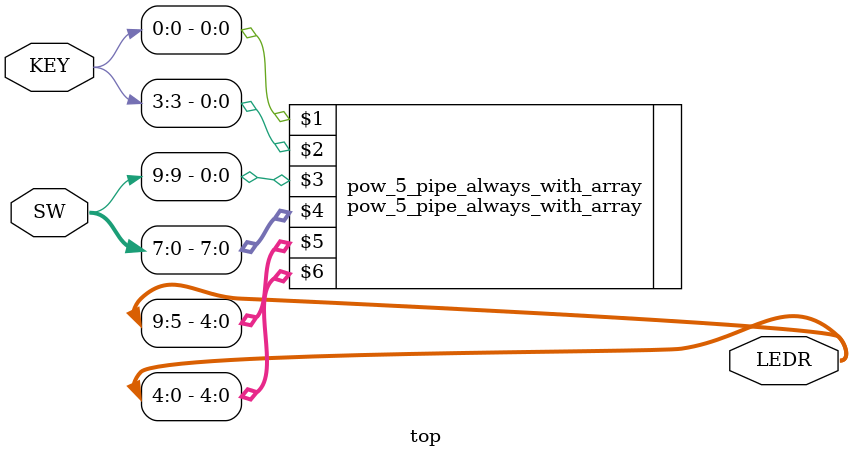
<source format=v>

module top (SW, KEY, LEDR);

	 input wire [9:0] SW;        // DE-series switches
    input wire [3:0] KEY;       // DE-series pushbuttons
	 
	 output wire [9:0] LEDR;     // DE-series LEDs   

    pow_5_pipe_always_with_array pow_5_pipe_always_with_array (KEY[0], KEY[3], SW[9], SW[7:0], LEDR[9:5], LEDR[4:0]);

endmodule


</source>
